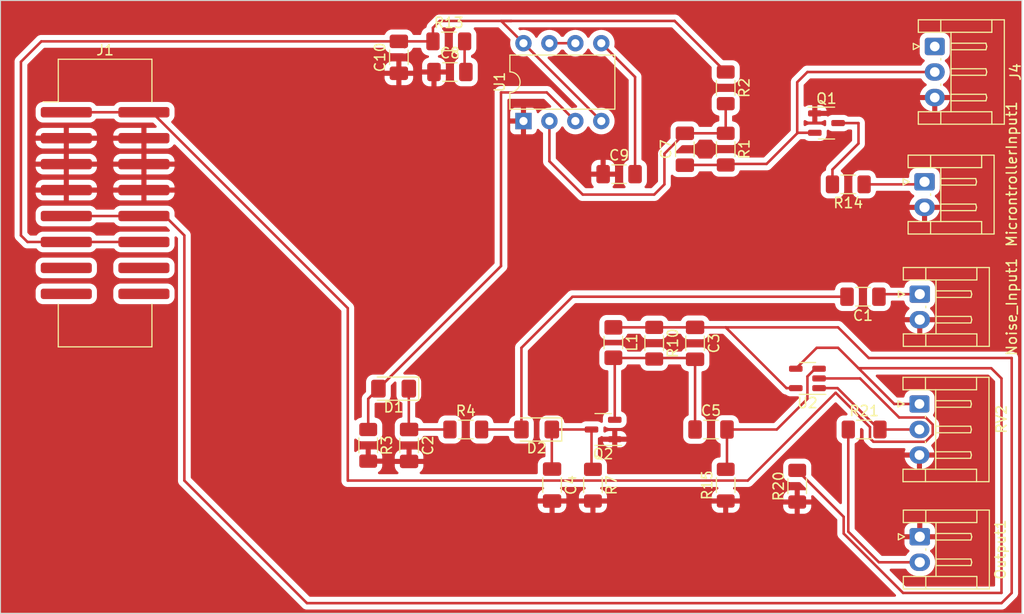
<source format=kicad_pcb>
(kicad_pcb (version 20221018) (generator pcbnew)
  (layers (0 "F.Cu" signal) (31 "B.Cu" signal) (34 "B.Paste" user) (35 "F.Paste" user) (36 "B.SilkS" user "B.Silkscreen") (37 "F.SilkS" user "F.Silkscreen") (38 "B.Mask" user) (39 "F.Mask" user) (44 "Edge.Cuts" user))
  (net 0 "")
  (net 1 "Net-(Noise_Input1-Pin_1)")
  (net 2 "Net-(D2-A)")
  (net 3 "Net-(D1-K)")
  (net 4 "GND")
  (net 5 "+12V")
  (net 6 "Net-(Q2-C)")
  (net 7 "Net-(D2-K)")
  (net 8 "Net-(U2-+)")
  (net 9 "Net-(J4-Pin_2)")
  (net 10 "Net-(U1-TR)")
  (net 11 "Net-(C8-Pad2)")
  (net 12 "Net-(U1-CV)")
  (net 13 "+5V")
  (net 14 "Net-(D1-A)")
  (net 15 "-12V")
  (net 21 "Net-(MicrontrollerInput1-Pin_1)")
  (net 22 "Net-(Output1-Pin_2)")
  (net 23 "Net-(Q1-B)")
  (net 24 "Net-(U2--)")
  (net 25 "Net-(R21-Pad2)")
  (net 26 "Net-(U1-DIS)")
  (footprint "Capacitor_SMD:C_1206_3216Metric_Pad1.33x1.80mm_HandSolder" (layer "F.Cu") (at 184.4375 79 180)
    (fp_text reference "C1" (at 0 -1.85) (layer "F.SilkS"))
    (fp_text value "1.8n")
    (fp_line (start -0.711252 -0.91) (end 0.711252 -0.91) (stroke (width 0.12)) (layer "F.SilkS"))
    (fp_line (start -0.711252 0.91) (end 0.711252 0.91) (stroke (width 0.12)) (layer "F.SilkS"))
    (pad "1" smd roundrect (at -1.5625 0 180) (size 1.325 1.8) (layers "F.Cu" "F.Paste" "F.Mask") (roundrect_rratio 0.188679) (net 1 "Net-(Noise_Input1-Pin_1)"))
    (pad "2" smd roundrect (at 1.5625 0 180) (size 1.325 1.8) (layers "F.Cu" "F.Paste" "F.Mask") (roundrect_rratio 0.188679) (net 2 "Net-(D2-A)"))
  )
  (footprint "Connector_JST:JST_EH_S2B-EH_1x02_P2.50mm_Horizontal" (layer "F.Cu") (at 190 102.5 -90)
    (fp_text reference "Output1" (at 1.25 -7.9 90) (layer "F.SilkS"))
    (fp_text value "Conn_01x02_Pin")
    (fp_line (start -2.61 -6.81) (end 5.11 -6.81) (stroke (width 0.12)) (layer "F.SilkS"))
    (fp_line (start -2.61 -5.59) (end -1.39 -5.59) (stroke (width 0.12)) (layer "F.SilkS"))
    (fp_line (start -2.61 1.61) (end -2.61 -6.81) (stroke (width 0.12)) (layer "F.SilkS"))
    (fp_line (start -1.39 -5.59) (end -1.39 -0.59) (stroke (width 0.12)) (layer "F.SilkS"))
    (fp_line (start -1.39 -1.59) (end 3.89 -1.59) (stroke (width 0.12)) (layer "F.SilkS"))
    (fp_line (start -1.39 -0.59) (end -2.61 -0.59) (stroke (width 0.12)) (layer "F.SilkS"))
    (fp_line (start -1.39 -0.59) (end -1.39 1.61) (stroke (width 0.12)) (layer "F.SilkS"))
    (fp_line (start -1.39 1.61) (end -2.61 1.61) (stroke (width 0.12)) (layer "F.SilkS"))
    (fp_line (start -0.32 -5.01) (end 0 -5.09) (stroke (width 0.12)) (layer "F.SilkS"))
    (fp_line (start -0.32 -1.59) (end -0.32 -5.01) (stroke (width 0.12)) (layer "F.SilkS"))
    (fp_line (start -0.3 2.1) (end 0.3 2.1) (stroke (width 0.12)) (layer "F.SilkS"))
    (fp_line (start 0 -5.09) (end 0.32 -5.01) (stroke (width 0.12)) (layer "F.SilkS"))
    (fp_line (start 0 -1.59) (end -0.32 -1.59) (stroke (width 0.12)) (layer "F.SilkS"))
    (fp_line (start 0 1.5) (end -0.3 2.1) (stroke (width 0.12)) (layer "F.SilkS"))
    (fp_line (start 0.3 2.1) (end 0 1.5) (stroke (width 0.12)) (layer "F.SilkS"))
    (fp_line (start 0.32 -5.01) (end 0.32 -1.59) (stroke (width 0.12)) (layer "F.SilkS"))
    (fp_line (start 0.32 -1.59) (end 0 -1.59) (stroke (width 0.12)) (layer "F.SilkS"))
    (fp_line (start 1.17 -0.59) (end 1.33 -0.59) (stroke (width 0.12)) (layer "F.SilkS"))
    (fp_line (start 2.18 -5.01) (end 2.5 -5.09) (stroke (width 0.12)) (layer "F.SilkS"))
    (fp_line (start 2.18 -1.59) (end 2.18 -5.01) (stroke (width 0.12)) (layer "F.SilkS"))
    (fp_line (start 2.5 -5.09) (end 2.82 -5.01) (stroke (width 0.12)) (layer "F.SilkS"))
    (fp_line (start 2.5 -1.59) (end 2.18 -1.59) (stroke (width 0.12)) (layer "F.SilkS"))
    (fp_line (start 2.82 -5.01) (end 2.82 -1.59) (stroke (width 0.12)) (layer "F.SilkS"))
    (fp_line (start 2.82 -1.59) (end 2.5 -1.59) (stroke (width 0.12)) (layer "F.SilkS"))
    (fp_line (start 3.89 -5.59) (end 3.89 -0.59) (stroke (width 0.12)) (layer "F.SilkS"))
    (fp_line (start 3.89 -0.59) (end 5.11 -0.59) (stroke (width 0.12)) (layer "F.SilkS"))
    (fp_line (start 3.89 1.61) (end 3.89 -0.59) (stroke (width 0.12)) (layer "F.SilkS"))
    (fp_line (start 5.11 -6.81) (end 5.11 1.61) (stroke (width 0.12)) (layer "F.SilkS"))
    (fp_line (start 5.11 -5.59) (end 3.89 -5.59) (stroke (width 0.12)) (layer "F.SilkS"))
    (fp_line (start 5.11 1.61) (end 3.89 1.61) (stroke (width 0.12)) (layer "F.SilkS"))
    (pad "1" thru_hole roundrect (at 0 0 270) (size 1.7 2) (drill 1) (layers "*.Cu" "*.Mask") (roundrect_rratio 0.147059) (net 4 "GND"))
    (pad "2" thru_hole oval (at 2.5 0 270) (size 1.7 2) (drill 1) (layers "*.Cu" "*.Mask") (net 22 "Net-(Output1-Pin_2)"))
  )
  (footprint "Resistor_SMD:R_1206_3216Metric_Pad1.30x1.75mm_HandSolder" (layer "F.Cu") (at 145.55 92)
    (fp_text reference "R4" (at 0 -1.82) (layer "F.SilkS"))
    (fp_text value "1000k")
    (fp_line (start -0.727064 -0.91) (end 0.727064 -0.91) (stroke (width 0.12)) (layer "F.SilkS"))
    (fp_line (start -0.727064 0.91) (end 0.727064 0.91) (stroke (width 0.12)) (layer "F.SilkS"))
    (pad "1" smd roundrect (at -1.55 0) (size 1.3 1.75) (layers "F.Cu" "F.Paste" "F.Mask") (roundrect_rratio 0.192308) (net 3 "Net-(D1-K)"))
    (pad "2" smd roundrect (at 1.55 0) (size 1.3 1.75) (layers "F.Cu" "F.Paste" "F.Mask") (roundrect_rratio 0.192308) (net 2 "Net-(D2-A)"))
  )
  (footprint "Capacitor_SMD:C_1206_3216Metric_Pad1.33x1.80mm_HandSolder" (layer "F.Cu") (at 168 83.5625 -90)
    (fp_text reference "C3" (at 0 -1.85 90) (layer "F.SilkS"))
    (fp_text value "1n")
    (fp_line (start -0.711252 -0.91) (end 0.711252 -0.91) (stroke (width 0.12)) (layer "F.SilkS"))
    (fp_line (start -0.711252 0.91) (end 0.711252 0.91) (stroke (width 0.12)) (layer "F.SilkS"))
    (pad "1" smd roundrect (at -1.5625 0 270) (size 1.325 1.8) (layers "F.Cu" "F.Paste" "F.Mask") (roundrect_rratio 0.188679) (net 5 "+12V"))
    (pad "2" smd roundrect (at 1.5625 0 270) (size 1.325 1.8) (layers "F.Cu" "F.Paste" "F.Mask") (roundrect_rratio 0.188679) (net 6 "Net-(Q2-C)"))
  )
  (footprint "Resistor_SMD:R_1206_3216Metric_Pad1.30x1.75mm_HandSolder" (layer "F.Cu") (at 164 83.55 -90)
    (fp_text reference "R10" (at 0 -1.82 90) (layer "F.SilkS"))
    (fp_text value "15k")
    (fp_line (start -0.727064 -0.91) (end 0.727064 -0.91) (stroke (width 0.12)) (layer "F.SilkS"))
    (fp_line (start -0.727064 0.91) (end 0.727064 0.91) (stroke (width 0.12)) (layer "F.SilkS"))
    (pad "1" smd roundrect (at -1.55 0 270) (size 1.3 1.75) (layers "F.Cu" "F.Paste" "F.Mask") (roundrect_rratio 0.192308) (net 5 "+12V"))
    (pad "2" smd roundrect (at 1.55 0 270) (size 1.3 1.75) (layers "F.Cu" "F.Paste" "F.Mask") (roundrect_rratio 0.192308) (net 6 "Net-(Q2-C)"))
  )
  (footprint "Connector_IDC:IDC-Header_2x08_P2.54mm_Vertical_SMD" (layer "F.Cu") (at 110.24 69.83)
    (fp_text reference "J1" (at 0 -14.97) (layer "F.SilkS"))
    (fp_text value "Conn_02x08_Odd_Even")
    (fp_line (start -4.585 -14.08) (end 4.585 -14.08) (stroke (width 0.12)) (layer "F.SilkS"))
    (fp_line (start -4.585 -9.9) (end -6.085 -9.9) (stroke (width 0.12)) (layer "F.SilkS"))
    (fp_line (start -4.585 -9.9) (end -4.585 -14.08) (stroke (width 0.12)) (layer "F.SilkS"))
    (fp_line (start -4.585 9.9) (end -4.585 14.08) (stroke (width 0.12)) (layer "F.SilkS"))
    (fp_line (start -4.585 14.08) (end 4.585 14.08) (stroke (width 0.12)) (layer "F.SilkS"))
    (fp_line (start 4.585 -14.08) (end 4.585 -9.9) (stroke (width 0.12)) (layer "F.SilkS"))
    (fp_line (start 4.585 14.08) (end 4.585 9.9) (stroke (width 0.12)) (layer "F.SilkS"))
    (pad "1" smd roundrect (at -3.8 -8.89) (size 5 1.02) (layers "F.Cu" "F.Paste" "F.Mask") (net 15 "-12V"))
    (pad "2" smd roundrect (at 3.8 -8.89) (size 5 1.02) (layers "F.Cu" "F.Paste" "F.Mask") (net 15 "-12V"))
    (pad "3" smd roundrect (at -3.8 -6.35) (size 5 1.02) (layers "F.Cu" "F.Paste" "F.Mask") (net 4 "GND"))
    (pad "4" smd roundrect (at 3.8 -6.35) (size 5 1.02) (layers "F.Cu" "F.Paste" "F.Mask") (net 4 "GND"))
    (pad "5" smd roundrect (at -3.8 -3.81) (size 5 1.02) (layers "F.Cu" "F.Paste" "F.Mask") (net 4 "GND"))
    (pad "6" smd roundrect (at 3.8 -3.81) (size 5 1.02) (layers "F.Cu" "F.Paste" "F.Mask") (net 4 "GND"))
    (pad "7" smd roundrect (at -3.8 -1.27) (size 5 1.02) (layers "F.Cu" "F.Paste" "F.Mask") (net 4 "GND"))
    (pad "8" smd roundrect (at 3.8 -1.27) (size 5 1.02) (layers "F.Cu" "F.Paste" "F.Mask") (net 4 "GND"))
    (pad "9" smd roundrect (at -3.8 1.27) (size 5 1.02) (layers "F.Cu" "F.Paste" "F.Mask") (net 5 "+12V"))
    (pad "10" smd roundrect (at 3.8 1.27) (size 5 1.02) (layers "F.Cu" "F.Paste" "F.Mask") (net 5 "+12V"))
    (pad "11" smd roundrect (at -3.8 3.81) (size 5 1.02) (layers "F.Cu" "F.Paste" "F.Mask") (net 13 "+5V"))
    (pad "12" smd roundrect (at 3.8 3.81) (size 5 1.02) (layers "F.Cu" "F.Paste" "F.Mask") (net 13 "+5V"))
    (pad "13" smd roundrect (at -3.8 6.35) (size 5 1.02) (layers "F.Cu" "F.Paste" "F.Mask"))
    (pad "14" smd roundrect (at 3.8 6.35) (size 5 1.02) (layers "F.Cu" "F.Paste" "F.Mask"))
    (pad "15" smd roundrect (at -3.8 8.89) (size 5 1.02) (layers "F.Cu" "F.Paste" "F.Mask"))
    (pad "16" smd roundrect (at 3.8 8.89) (size 5 1.02) (layers "F.Cu" "F.Paste" "F.Mask"))
  )
  (footprint "Package_TO_SOT_SMD:SOT-23-3" (layer "F.Cu") (at 180.8625 62)
    (fp_text reference "Q1" (at 0 -2.4) (layer "F.SilkS"))
    (fp_text value "Q_NPN_ECB")
    (fp_line (start 0 -1.56) (end -1.8 -1.56) (stroke (width 0.12)) (layer "F.SilkS"))
    (fp_line (start 0 -1.56) (end 0.8 -1.56) (stroke (width 0.12)) (layer "F.SilkS"))
    (fp_line (start 0 1.56) (end -0.8 1.56) (stroke (width 0.12)) (layer "F.SilkS"))
    (fp_line (start 0 1.56) (end 0.8 1.56) (stroke (width 0.12)) (layer "F.SilkS"))
    (pad "1" smd roundrect (at -1.1375 -0.95) (size 1.325 0.6) (layers "F.Cu" "F.Paste" "F.Mask") (net 4 "GND"))
    (pad "2" smd roundrect (at -1.1375 0.95) (size 1.325 0.6) (layers "F.Cu" "F.Paste" "F.Mask") (net 9 "Net-(J4-Pin_2)"))
    (pad "3" smd roundrect (at 1.1375 0) (size 1.325 0.6) (layers "F.Cu" "F.Paste" "F.Mask") (net 23 "Net-(Q1-B)"))
  )
  (footprint "Resistor_SMD:R_1206_3216Metric_Pad1.30x1.75mm_HandSolder" (layer "F.Cu") (at 184.55 92)
    (fp_text reference "R21" (at 0 -1.82) (layer "F.SilkS"))
    (fp_text value "1k")
    (fp_line (start -0.727064 -0.91) (end 0.727064 -0.91) (stroke (width 0.12)) (layer "F.SilkS"))
    (fp_line (start -0.727064 0.91) (end 0.727064 0.91) (stroke (width 0.12)) (layer "F.SilkS"))
    (pad "1" smd roundrect (at -1.55 0) (size 1.3 1.75) (layers "F.Cu" "F.Paste" "F.Mask") (roundrect_rratio 0.192308) (net 22 "Net-(Output1-Pin_2)"))
    (pad "2" smd roundrect (at 1.55 0) (size 1.3 1.75) (layers "F.Cu" "F.Paste" "F.Mask") (roundrect_rratio 0.192308) (net 25 "Net-(R21-Pad2)"))
  )
  (footprint "Capacitor_SMD:C_1206_3216Metric_Pad1.33x1.80mm_HandSolder" (layer "F.Cu") (at 169.5625 92)
    (fp_text reference "C5" (at 0 -1.85) (layer "F.SilkS"))
    (fp_text value "1u")
    (fp_line (start -0.711252 -0.91) (end 0.711252 -0.91) (stroke (width 0.12)) (layer "F.SilkS"))
    (fp_line (start -0.711252 0.91) (end 0.711252 0.91) (stroke (width 0.12)) (layer "F.SilkS"))
    (pad "1" smd roundrect (at -1.5625 0) (size 1.325 1.8) (layers "F.Cu" "F.Paste" "F.Mask") (roundrect_rratio 0.188679) (net 6 "Net-(Q2-C)"))
    (pad "2" smd roundrect (at 1.5625 0) (size 1.325 1.8) (layers "F.Cu" "F.Paste" "F.Mask") (roundrect_rratio 0.188679) (net 8 "Net-(U2-+)"))
  )
  (footprint "Capacitor_SMD:C_1206_3216Metric_Pad1.33x1.80mm_HandSolder" (layer "F.Cu") (at 160.5625 67)
    (fp_text reference "C9" (at 0 -1.85) (layer "F.SilkS"))
    (fp_text value "600n")
    (fp_line (start -0.711252 -0.91) (end 0.711252 -0.91) (stroke (width 0.12)) (layer "F.SilkS"))
    (fp_line (start -0.711252 0.91) (end 0.711252 0.91) (stroke (width 0.12)) (layer "F.SilkS"))
    (pad "1" smd roundrect (at -1.5625 0) (size 1.325 1.8) (layers "F.Cu" "F.Paste" "F.Mask") (roundrect_rratio 0.188679) (net 4 "GND"))
    (pad "2" smd roundrect (at 1.5625 0) (size 1.325 1.8) (layers "F.Cu" "F.Paste" "F.Mask") (roundrect_rratio 0.188679) (net 12 "Net-(U1-CV)"))
  )
  (footprint "Capacitor_SMD:C_1206_3216Metric_Pad1.33x1.80mm_HandSolder" (layer "F.Cu") (at 154 97.4375 -90)
    (fp_text reference "C4" (at 0 -1.85 90) (layer "F.SilkS"))
    (fp_text value "1n")
    (fp_line (start -0.711252 -0.91) (end 0.711252 -0.91) (stroke (width 0.12)) (layer "F.SilkS"))
    (fp_line (start -0.711252 0.91) (end 0.711252 0.91) (stroke (width 0.12)) (layer "F.SilkS"))
    (pad "1" smd roundrect (at -1.5625 0 270) (size 1.325 1.8) (layers "F.Cu" "F.Paste" "F.Mask") (roundrect_rratio 0.188679) (net 7 "Net-(D2-K)"))
    (pad "2" smd roundrect (at 1.5625 0 270) (size 1.325 1.8) (layers "F.Cu" "F.Paste" "F.Mask") (roundrect_rratio 0.188679) (net 4 "GND"))
  )
  (footprint "Diode_SMD:D_1206_3216Metric_Pad1.42x1.75mm_HandSolder" (layer "F.Cu") (at 152.4875 92 180)
    (fp_text reference "D2" (at 0 -1.82) (layer "F.SilkS"))
    (fp_text value "D")
    (fp_line (start -2.46 -1.135) (end -2.46 1.135) (stroke (width 0.12)) (layer "F.SilkS"))
    (fp_line (start -2.46 1.135) (end 1.6 1.135) (stroke (width 0.12)) (layer "F.SilkS"))
    (fp_line (start 1.6 -1.135) (end -2.46 -1.135) (stroke (width 0.12)) (layer "F.SilkS"))
    (pad "1" smd roundrect (at -1.4875 0 180) (size 1.425 1.75) (layers "F.Cu" "F.Paste" "F.Mask") (roundrect_rratio 0.175439) (net 7 "Net-(D2-K)"))
    (pad "2" smd roundrect (at 1.4875 0 180) (size 1.425 1.75) (layers "F.Cu" "F.Paste" "F.Mask") (roundrect_rratio 0.175439) (net 2 "Net-(D2-A)"))
  )
  (footprint "Connector_JST:JST_EH_S3B-EH_1x03_P2.50mm_Horizontal" (layer "F.Cu") (at 191.4675 54.5 -90)
    (fp_text reference "J4" (at 2.5 -7.9 90) (layer "F.SilkS"))
    (fp_text value "Conn_01x03_Pin")
    (fp_line (start -2.61 -6.81) (end 7.61 -6.81) (stroke (width 0.12)) (layer "F.SilkS"))
    (fp_line (start -2.61 -5.59) (end -1.39 -5.59) (stroke (width 0.12)) (layer "F.SilkS"))
    (fp_line (start -2.61 1.61) (end -2.61 -6.81) (stroke (width 0.12)) (layer "F.SilkS"))
    (fp_line (start -1.39 -5.59) (end -1.39 -0.59) (stroke (width 0.12)) (layer "F.SilkS"))
    (fp_line (start -1.39 -1.59) (end 6.39 -1.59) (stroke (width 0.12)) (layer "F.SilkS"))
    (fp_line (start -1.39 -0.59) (end -2.61 -0.59) (stroke (width 0.12)) (layer "F.SilkS"))
    (fp_line (start -1.39 -0.59) (end -1.39 1.61) (stroke (width 0.12)) (layer "F.SilkS"))
    (fp_line (start -1.39 1.61) (end -2.61 1.61) (stroke (width 0.12)) (layer "F.SilkS"))
    (fp_line (start -0.32 -5.01) (end 0 -5.09) (stroke (width 0.12)) (layer "F.SilkS"))
    (fp_line (start -0.32 -1.59) (end -0.32 -5.01) (stroke (width 0.12)) (layer "F.SilkS"))
    (fp_line (start -0.3 2.1) (end 0.3 2.1) (stroke (width 0.12)) (layer "F.SilkS"))
    (fp_line (start 0 -5.09) (end 0.32 -5.01) (stroke (width 0.12)) (layer "F.SilkS"))
    (fp_line (start 0 -1.59) (end -0.32 -1.59) (stroke (width 0.12)) (layer "F.SilkS"))
    (fp_line (start 0 1.5) (end -0.3 2.1) (stroke (width 0.12)) (layer "F.SilkS"))
    (fp_line (start 0.3 2.1) (end 0 1.5) (stroke (width 0.12)) (layer "F.SilkS"))
    (fp_line (start 0.32 -5.01) (end 0.32 -1.59) (stroke (width 0.12)) (layer "F.SilkS"))
    (fp_line (start 0.32 -1.59) (end 0 -1.59) (stroke (width 0.12)) (layer "F.SilkS"))
    (fp_line (start 1.17 -0.59) (end 1.33 -0.59) (stroke (width 0.12)) (layer "F.SilkS"))
    (fp_line (start 2.18 -5.01) (end 2.5 -5.09) (stroke (width 0.12)) (layer "F.SilkS"))
    (fp_line (start 2.18 -1.59) (end 2.18 -5.01) (stroke (width 0.12)) (layer "F.SilkS"))
    (fp_line (start 2.5 -5.09) (end 2.82 -5.01) (stroke (width 0.12)) (layer "F.SilkS"))
    (fp_line (start 2.5 -1.59) (end 2.18 -1.59) (stroke (width 0.12)) (layer "F.SilkS"))
    (fp_line (start 2.82 -5.01) (end 2.82 -1.59) (stroke (width 0.12)) (layer "F.SilkS"))
    (fp_line (start 2.82 -1.59) (end 2.5 -1.59) (stroke (width 0.12)) (layer "F.SilkS"))
    (fp_line (start 3.67 -0.59) (end 3.83 -0.59) (stroke (width 0.12)) (layer "F.SilkS"))
    (fp_line (start 4.68 -5.01) (end 5 -5.09) (stroke (width 0.12)) (layer "F.SilkS"))
    (fp_line (start 4.68 -1.59) (end 4.68 -5.01) (stroke (width 0.12)) (layer "F.SilkS"))
    (fp_line (start 5 -5.09) (end 5.32 -5.01) (stroke (width 0.12)) (layer "F.SilkS"))
    (fp_line (start 5 -1.59) (end 4.68 -1.59) (stroke (width 0.12)) (layer "F.SilkS"))
    (fp_line (start 5.32 -5.01) (end 5.32 -1.59) (stroke (width 0.12)) (layer "F.SilkS"))
    (fp_line (start 5.32 -1.59) (end 5 -1.59) (stroke (width 0.12)) (layer "F.SilkS"))
    (fp_line (start 6.39 -5.59) (end 6.39 -0.59) (stroke (width 0.12)) (layer "F.SilkS"))
    (fp_line (start 6.39 -0.59) (end 7.61 -0.59) (stroke (width 0.12)) (layer "F.SilkS"))
    (fp_line (start 6.39 1.61) (end 6.39 -0.59) (stroke (width 0.12)) (layer "F.SilkS"))
    (fp_line (start 7.61 -6.81) (end 7.61 1.61) (stroke (width 0.12)) (layer "F.SilkS"))
    (fp_line (start 7.61 -5.59) (end 6.39 -5.59) (stroke (width 0.12)) (layer "F.SilkS"))
    (fp_line (start 7.61 1.61) (end 6.39 1.61) (stroke (width 0.12)) (layer "F.SilkS"))
    (pad "1" thru_hole roundrect (at 0 0 270) (size 1.7 1.95) (drill 0.95) (layers "*.Cu" "*.Mask") (roundrect_rratio 0.147059))
    (pad "2" thru_hole oval (at 2.5 0 270) (size 1.7 1.95) (drill 0.95) (layers "*.Cu" "*.Mask") (net 9 "Net-(J4-Pin_2)"))
    (pad "3" thru_hole oval (at 5 0 270) (size 1.7 1.95) (drill 0.95) (layers "*.Cu" "*.Mask") (net 4 "GND"))
  )
  (footprint "Resistor_SMD:R_1206_3216Metric_Pad1.30x1.75mm_HandSolder" (layer "F.Cu") (at 178 97.55 90)
    (fp_text reference "R20" (at 0 -1.82 90) (layer "F.SilkS"))
    (fp_text value "1k")
    (fp_line (start -0.727064 -0.91) (end 0.727064 -0.91) (stroke (width 0.12)) (layer "F.SilkS"))
    (fp_line (start -0.727064 0.91) (end 0.727064 0.91) (stroke (width 0.12)) (layer "F.SilkS"))
    (pad "1" smd roundrect (at -1.55 0 90) (size 1.3 1.75) (layers "F.Cu" "F.Paste" "F.Mask") (roundrect_rratio 0.192308) (net 4 "GND"))
    (pad "2" smd roundrect (at 1.55 0 90) (size 1.3 1.75) (layers "F.Cu" "F.Paste" "F.Mask") (roundrect_rratio 0.192308) (net 24 "Net-(U2--)"))
  )
  (footprint "Package_DIP:DIP-8_W7.62mm" (layer "F.Cu") (at 151.2 61.8 90)
    (fp_text reference "U1" (at 3.81 -2.33 90) (layer "F.SilkS"))
    (fp_text value "NE555P")
    (fp_line (start 1.16 -1.33) (end 1.16 8.95) (stroke (width 0.12)) (layer "F.SilkS"))
    (fp_line (start 1.16 8.95) (end 6.46 8.95) (stroke (width 0.12)) (layer "F.SilkS"))
    (fp_line (start 2.81 -1.33) (end 1.16 -1.33) (stroke (width 0.12)) (layer "F.SilkS"))
    (fp_line (start 6.46 -1.33) (end 4.81 -1.33) (stroke (width 0.12)) (layer "F.SilkS"))
    (fp_line (start 6.46 8.95) (end 6.46 -1.33) (stroke (width 0.12)) (layer "F.SilkS"))
    (fp_arc (start 4.81 -1.33) (mid 3.81 -0.33) (end 2.81 -1.33) (stroke (width 0.12)) (layer "F.SilkS"))
    (pad "1" thru_hole rect (at 0 0 90) (size 1.6 1.6) (drill 0.8) (layers "*.Cu" "*.Mask") (net 4 "GND"))
    (pad "2" thru_hole oval (at 0 2.54 90) (size 1.6 1.6) (drill 0.8) (layers "*.Cu" "*.Mask") (net 10 "Net-(U1-TR)"))
    (pad "3" thru_hole oval (at 0 5.08 90) (size 1.6 1.6) (drill 0.8) (layers "*.Cu" "*.Mask") (net 14 "Net-(D1-A)"))
    (pad "4" thru_hole oval (at 0 7.62 90) (size 1.6 1.6) (drill 0.8) (layers "*.Cu" "*.Mask") (net 13 "+5V"))
    (pad "5" thru_hole oval (at 7.62 7.62 90) (size 1.6 1.6) (drill 0.8) (layers "*.Cu" "*.Mask") (net 12 "Net-(U1-CV)"))
    (pad "6" thru_hole oval (at 7.62 5.08 90) (size 1.6 1.6) (drill 0.8) (layers "*.Cu" "*.Mask") (net 26 "Net-(U1-DIS)"))
    (pad "7" thru_hole oval (at 7.62 2.54 90) (size 1.6 1.6) (drill 0.8) (layers "*.Cu" "*.Mask") (net 26 "Net-(U1-DIS)"))
    (pad "8" thru_hole oval (at 7.62 0 90) (size 1.6 1.6) (drill 0.8) (layers "*.Cu" "*.Mask") (net 13 "+5V"))
  )
  (footprint "Connector_JST:JST_EH_S3B-EH_1x03_P2.50mm_Horizontal" (layer "F.Cu") (at 189.9675 89.5 -90)
    (fp_text reference "RV2" (at 1.5 -8.0325 90) (layer "F.SilkS"))
    (fp_text value "50k")
    (fp_line (start -2.61 -6.81) (end 7.61 -6.81) (stroke (width 0.12)) (layer "F.SilkS"))
    (fp_line (start -2.61 -5.59) (end -1.39 -5.59) (stroke (width 0.12)) (layer "F.SilkS"))
    (fp_line (start -2.61 1.61) (end -2.61 -6.81) (stroke (width 0.12)) (layer "F.SilkS"))
    (fp_line (start -1.39 -5.59) (end -1.39 -0.59) (stroke (width 0.12)) (layer "F.SilkS"))
    (fp_line (start -1.39 -1.59) (end 6.39 -1.59) (stroke (width 0.12)) (layer "F.SilkS"))
    (fp_line (start -1.39 -0.59) (end -2.61 -0.59) (stroke (width 0.12)) (layer "F.SilkS"))
    (fp_line (start -1.39 -0.59) (end -1.39 1.61) (stroke (width 0.12)) (layer "F.SilkS"))
    (fp_line (start -1.39 1.61) (end -2.61 1.61) (stroke (width 0.12)) (layer "F.SilkS"))
    (fp_line (start -0.32 -5.01) (end 0 -5.09) (stroke (width 0.12)) (layer "F.SilkS"))
    (fp_line (start -0.32 -1.59) (end -0.32 -5.01) (stroke (width 0.12)) (layer "F.SilkS"))
    (fp_line (start -0.3 2.1) (end 0.3 2.1) (stroke (width 0.12)) (layer "F.SilkS"))
    (fp_line (start 0 -5.09) (end 0.32 -5.01) (stroke (width 0.12)) (layer "F.SilkS"))
    (fp_line (start 0 -1.59) (end -0.32 -1.59) (stroke (width 0.12)) (layer "F.SilkS"))
    (fp_line (start 0 1.5) (end -0.3 2.1) (stroke (width 0.12)) (layer "F.SilkS"))
    (fp_line (start 0.3 2.1) (end 0 1.5) (stroke (width 0.12)) (layer "F.SilkS"))
    (fp_line (start 0.32 -5.01) (end 0.32 -1.59) (stroke (width 0.12)) (layer "F.SilkS"))
    (fp_line (start 0.32 -1.59) (end 0 -1.59) (stroke (width 0.12)) (layer "F.SilkS"))
    (fp_line (start 1.17 -0.59) (end 1.33 -0.59) (stroke (width 0.12)) (layer "F.SilkS"))
    (fp_line (start 2.18 -5.01) (end 2.5 -5.09) (stroke (width 0.12)) (layer "F.SilkS"))
    (fp_line (start 2.18 -1.59) (end 2.18 -5.01) (stroke (width 0.12)) (layer "F.SilkS"))
    (fp_line (start 2.5 -5.09) (end 2.82 -5.01) (stroke (width 0.12)) (layer "F.SilkS"))
    (fp_line (start 2.5 -1.59) (end 2.18 -1.59) (stroke (width 0.12)) (layer "F.SilkS"))
    (fp_line (start 2.82 -5.01) (end 2.82 -1.59) (stroke (width 0.12)) (layer "F.SilkS"))
    (fp_line (start 2.82 -1.59) (end 2.5 -1.59) (stroke (width 0.12)) (layer "F.SilkS"))
    (fp_line (start 3.67 -0.59) (end 3.83 -0.59) (stroke (width 0.12)) (layer "F.SilkS"))
    (fp_line (start 4.68 -5.01) (end 5 -5.09) (stroke (width 0.12)) (layer "F.SilkS"))
    (fp_line (start 4.68 -1.59) (end 4.68 -5.01) (stroke (width 0.12)) (layer "F.SilkS"))
    (fp_line (start 5 -5.09) (end 5.32 -5.01) (stroke (width 0.12)) (layer "F.SilkS"))
    (fp_line (start 5 -1.59) (end 4.68 -1.59) (stroke (width 0.12)) (layer "F.SilkS"))
    (fp_line (start 5.32 -5.01) (end 5.32 -1.59) (stroke (width 0.12)) (layer "F.SilkS"))
    (fp_line (start 5.32 -1.59) (end 5 -1.59) (stroke (width 0.12)) (layer "F.SilkS"))
    (fp_line (start 6.39 -5.59) (end 6.39 -0.59) (stroke (width 0.12)) (layer "F.SilkS"))
    (fp_line (start 6.39 -0.59) (end 7.61 -0.59) (stroke (width 0.12)) (layer "F.SilkS"))
    (fp_line (start 6.39 1.61) (end 6.39 -0.59) (stroke (width 0.12)) (layer "F.SilkS"))
    (fp_line (start 7.61 -6.81) (end 7.61 1.61) (stroke (width 0.12)) (layer "F.SilkS"))
    (fp_line (start 7.61 -5.59) (end 6.39 -5.59) (stroke (width 0.12)) (layer "F.SilkS"))
    (fp_line (start 7.61 1.61) (end 6.39 1.61) (stroke (width 0.12)) (layer "F.SilkS"))
    (pad "1" thru_hole roundrect (at 0 0 270) (size 1.7 1.95) (drill 0.95) (layers "*.Cu" "*.Mask") (roundrect_rratio 0.147059) (net 24 "Net-(U2--)"))
    (pad "2" thru_hole oval (at 2.5 0 270) (size 1.7 1.95) (drill 0.95) (layers "*.Cu" "*.Mask") (net 25 "Net-(R21-Pad2)"))
    (pad "3" thru_hole oval (at 5 0 270) (size 1.7 1.95) (drill 0.95) (layers "*.Cu" "*.Mask") (net 4 "GND"))
  )
  (footprint "Resistor_SMD:R_1206_3216Metric_Pad1.30x1.75mm_HandSolder" (layer "F.Cu") (at 183 68 180)
    (fp_text reference "R14" (at 0 -1.82) (layer "F.SilkS"))
    (fp_text value "100")
    (fp_line (start -0.727064 -0.91) (end 0.727064 -0.91) (stroke (width 0.12)) (layer "F.SilkS"))
    (fp_line (start -0.727064 0.91) (end 0.727064 0.91) (stroke (width 0.12)) (layer "F.SilkS"))
    (pad "1" smd roundrect (at -1.55 0 180) (size 1.3 1.75) (layers "F.Cu" "F.Paste" "F.Mask") (roundrect_rratio 0.192308) (net 21 "Net-(MicrontrollerInput1-Pin_1)"))
    (pad "2" smd roundrect (at 1.55 0 180) (size 1.3 1.75) (layers "F.Cu" "F.Paste" "F.Mask") (roundrect_rratio 0.192308) (net 23 "Net-(Q1-B)"))
  )
  (footprint "Resistor_SMD:R_1206_3216Metric_Pad1.30x1.75mm_HandSolder" (layer "F.Cu") (at 171 58.55 -90)
    (fp_text reference "R2" (at 0 -1.82 90) (layer "F.SilkS"))
    (fp_text value "220")
    (fp_line (start -0.727064 -0.91) (end 0.727064 -0.91) (stroke (width 0.12)) (layer "F.SilkS"))
    (fp_line (start -0.727064 0.91) (end 0.727064 0.91) (stroke (width 0.12)) (layer "F.SilkS"))
    (pad "1" smd roundrect (at -1.55 0 270) (size 1.3 1.75) (layers "F.Cu" "F.Paste" "F.Mask") (roundrect_rratio 0.192308) (net 13 "+5V"))
    (pad "2" smd roundrect (at 1.55 0 270) (size 1.3 1.75) (layers "F.Cu" "F.Paste" "F.Mask") (roundrect_rratio 0.192308) (net 10 "Net-(U1-TR)"))
  )
  (footprint "Inductor_SMD:L_1206_3216Metric_Pad1.42x1.75mm_HandSolder" (layer "F.Cu") (at 160 83.4875 -90)
    (fp_text reference "L1" (at 0 -1.82 90) (layer "F.SilkS"))
    (fp_text value "1")
    (fp_line (start -0.602064 -0.91) (end 0.602064 -0.91) (stroke (width 0.12)) (layer "F.SilkS"))
    (fp_line (start -0.602064 0.91) (end 0.602064 0.91) (stroke (width 0.12)) (layer "F.SilkS"))
    (pad "1" smd roundrect (at -1.4875 0 270) (size 1.425 1.75) (layers "F.Cu" "F.Paste" "F.Mask") (roundrect_rratio 0.175439) (net 5 "+12V"))
    (pad "2" smd roundrect (at 1.4875 0 270) (size 1.425 1.75) (layers "F.Cu" "F.Paste" "F.Mask") (roundrect_rratio 0.175439) (net 6 "Net-(Q2-C)"))
  )
  (footprint "Capacitor_SMD:C_1206_3216Metric_Pad1.33x1.80mm_HandSolder" (layer "F.Cu") (at 139 55.5625 90)
    (fp_text reference "C10" (at 0 -1.85 90) (layer "F.SilkS"))
    (fp_text value "100n")
    (fp_line (start -0.711252 -0.91) (end 0.711252 -0.91) (stroke (width 0.12)) (layer "F.SilkS"))
    (fp_line (start -0.711252 0.91) (end 0.711252 0.91) (stroke (width 0.12)) (layer "F.SilkS"))
    (pad "1" smd roundrect (at -1.5625 0 90) (size 1.325 1.8) (layers "F.Cu" "F.Paste" "F.Mask") (roundrect_rratio 0.188679) (net 4 "GND"))
    (pad "2" smd roundrect (at 1.5625 0 90) (size 1.325 1.8) (layers "F.Cu" "F.Paste" "F.Mask") (roundrect_rratio 0.188679) (net 13 "+5V"))
  )
  (footprint "Capacitor_SMD:C_1206_3216Metric_Pad1.33x1.80mm_HandSolder" (layer "F.Cu") (at 140 93.5625 -90)
    (fp_text reference "C2" (at 0 -1.85 90) (layer "F.SilkS"))
    (fp_text value "56n")
    (fp_line (start -0.711252 -0.91) (end 0.711252 -0.91) (stroke (width 0.12)) (layer "F.SilkS"))
    (fp_line (start -0.711252 0.91) (end 0.711252 0.91) (stroke (width 0.12)) (layer "F.SilkS"))
    (pad "1" smd roundrect (at -1.5625 0 270) (size 1.325 1.8) (layers "F.Cu" "F.Paste" "F.Mask") (roundrect_rratio 0.188679) (net 3 "Net-(D1-K)"))
    (pad "2" smd roundrect (at 1.5625 0 270) (size 1.325 1.8) (layers "F.Cu" "F.Paste" "F.Mask") (roundrect_rratio 0.188679) (net 4 "GND"))
  )
  (footprint "Package_TO_SOT_SMD:TSOT-23-5" (layer "F.Cu") (at 179 87 180)
    (fp_text reference "U2" (at 0 -2.4) (layer "F.SilkS"))
    (fp_text value "AD8603")
    (fp_line (start 0 -1.56) (end -1.8 -1.56) (stroke (width 0.12)) (layer "F.SilkS"))
    (fp_line (start 0 -1.56) (end 0.8 -1.56) (stroke (width 0.12)) (layer "F.SilkS"))
    (fp_line (start 0 1.56) (end -0.8 1.56) (stroke (width 0.12)) (layer "F.SilkS"))
    (fp_line (start 0 1.56) (end 0.8 1.56) (stroke (width 0.12)) (layer "F.SilkS"))
    (pad "1" smd roundrect (at -1.1375 -0.95 180) (size 1.325 0.6) (layers "F.Cu" "F.Paste" "F.Mask") (net 25 "Net-(R21-Pad2)"))
    (pad "2" smd roundrect (at -1.1375 0 180) (size 1.325 0.6) (layers "F.Cu" "F.Paste" "F.Mask") (net 15 "-12V"))
    (pad "3" smd roundrect (at -1.1375 0.95 180) (size 1.325 0.6) (layers "F.Cu" "F.Paste" "F.Mask") (net 8 "Net-(U2-+)"))
    (pad "4" smd roundrect (at 1.1375 0.95 180) (size 1.325 0.6) (layers "F.Cu" "F.Paste" "F.Mask") (net 24 "Net-(U2--)"))
    (pad "5" smd roundrect (at 1.1375 -0.95 180) (size 1.325 0.6) (layers "F.Cu" "F.Paste" "F.Mask") (net 5 "+12V"))
  )
  (footprint "Package_TO_SOT_SMD:SOT-23-3" (layer "F.Cu") (at 159 92 180)
    (fp_text reference "Q2" (at 0 -2.4) (layer "F.SilkS"))
    (fp_text value "Q_NPN_ECB")
    (fp_line (start 0 -1.56) (end -1.8 -1.56) (stroke (width 0.12)) (layer "F.SilkS"))
    (fp_line (start 0 -1.56) (end 0.8 -1.56) (stroke (width 0.12)) (layer "F.SilkS"))
    (fp_line (start 0 1.56) (end -0.8 1.56) (stroke (width 0.12)) (layer "F.SilkS"))
    (fp_line (start 0 1.56) (end 0.8 1.56) (stroke (width 0.12)) (layer "F.SilkS"))
    (pad "1" smd roundrect (at -1.1375 -0.95 180) (size 1.325 0.6) (layers "F.Cu" "F.Paste" "F.Mask") (net 4 "GND"))
    (pad "2" smd roundrect (at -1.1375 0.95 180) (size 1.325 0.6) (layers "F.Cu" "F.Paste" "F.Mask") (net 6 "Net-(Q2-C)"))
    (pad "3" smd roundrect (at 1.1375 0 180) (size 1.325 0.6) (layers "F.Cu" "F.Paste" "F.Mask") (net 7 "Net-(D2-K)"))
  )
  (footprint "Resistor_SMD:R_1206_3216Metric_Pad1.30x1.75mm_HandSolder" (layer "F.Cu") (at 143.8875 54)
    (fp_text reference "R13" (at 0 -1.82) (layer "F.SilkS"))
    (fp_text value "1k")
    (fp_line (start -0.727064 -0.91) (end 0.727064 -0.91) (stroke (width 0.12)) (layer "F.SilkS"))
    (fp_line (start -0.727064 0.91) (end 0.727064 0.91) (stroke (width 0.12)) (layer "F.SilkS"))
    (pad "1" smd roundrect (at -1.55 0) (size 1.3 1.75) (layers "F.Cu" "F.Paste" "F.Mask") (roundrect_rratio 0.192308) (net 13 "+5V"))
    (pad "2" smd roundrect (at 1.55 0) (size 1.3 1.75) (layers "F.Cu" "F.Paste" "F.Mask") (roundrect_rratio 0.192308) (net 11 "Net-(C8-Pad2)"))
  )
  (footprint "Connector_JST:JST_EH_S2B-EH_1x02_P2.50mm_Horizontal" (layer "F.Cu") (at 190.4675 67.75 -90)
    (fp_text reference "MicrontrollerInput1" (at -0.75 -8.5325 90) (layer "F.SilkS"))
    (fp_text value "Conn_01x02_Pin")
    (fp_line (start -2.61 -6.81) (end 5.11 -6.81) (stroke (width 0.12)) (layer "F.SilkS"))
    (fp_line (start -2.61 -5.59) (end -1.39 -5.59) (stroke (width 0.12)) (layer "F.SilkS"))
    (fp_line (start -2.61 1.61) (end -2.61 -6.81) (stroke (width 0.12)) (layer "F.SilkS"))
    (fp_line (start -1.39 -5.59) (end -1.39 -0.59) (stroke (width 0.12)) (layer "F.SilkS"))
    (fp_line (start -1.39 -1.59) (end 3.89 -1.59) (stroke (width 0.12)) (layer "F.SilkS"))
    (fp_line (start -1.39 -0.59) (end -2.61 -0.59) (stroke (width 0.12)) (layer "F.SilkS"))
    (fp_line (start -1.39 -0.59) (end -1.39 1.61) (stroke (width 0.12)) (layer "F.SilkS"))
    (fp_line (start -1.39 1.61) (end -2.61 1.61) (stroke (width 0.12)) (layer "F.SilkS"))
    (fp_line (start -0.32 -5.01) (end 0 -5.09) (stroke (width 0.12)) (layer "F.SilkS"))
    (fp_line (start -0.32 -1.59) (end -0.32 -5.01) (stroke (width 0.12)) (layer "F.SilkS"))
    (fp_line (start -0.3 2.1) (end 0.3 2.1) (stroke (width 0.12)) (layer "F.SilkS"))
    (fp_line (start 0 -5.09) (end 0.32 -5.01) (stroke (width 0.12)) (layer "F.SilkS"))
    (fp_line (start 0 -1.59) (end -0.32 -1.59) (stroke (width 0.12)) (layer "F.SilkS"))
    (fp_line (start 0 1.5) (end -0.3 2.1) (stroke (width 0.12)) (layer "F.SilkS"))
    (fp_line (start 0.3 2.1) (end 0 1.5) (stroke (width 0.12)) (layer "F.SilkS"))
    (fp_line (start 0.32 -5.01) (end 0.32 -1.59) (stroke (width 0.12)) (layer "F.SilkS"))
    (fp_line (start 0.32 -1.59) (end 0 -1.59) (stroke (width 0.12)) (layer "F.SilkS"))
    (fp_line (start 1.17 -0.59) (end 1.33 -0.59) (stroke (width 0.12)) (layer "F.SilkS"))
    (fp_line (start 2.18 -5.01) (end 2.5 -5.09) (stroke (width 0.12)) (layer "F.SilkS"))
    (fp_line (start 2.18 -1.59) (end 2.18 -5.01) (stroke (width 0.12)) (layer "F.SilkS"))
    (fp_line (start 2.5 -5.09) (end 2.82 -5.01) (stroke (width 0.12)) (layer "F.SilkS"))
    (fp_line (start 2.5 -1.59) (end 2.18 -1.59) (stroke (width 0.12)) (layer "F.SilkS"))
    (fp_line (start 2.82 -5.01) (end 2.82 -1.59) (stroke (width 0.12)) (layer "F.SilkS"))
    (fp_line (start 2.82 -1.59) (end 2.5 -1.59) (stroke (width 0.12)) (layer "F.SilkS"))
    (fp_line (start 3.89 -5.59) (end 3.89 -0.59) (stroke (width 0.12)) (layer "F.SilkS"))
    (fp_line (start 3.89 -0.59) (end 5.11 -0.59) (stroke (width 0.12)) (layer "F.SilkS"))
    (fp_line (start 3.89 1.61) (end 3.89 -0.59) (stroke (width 0.12)) (layer "F.SilkS"))
    (fp_line (start 5.11 -6.81) (end 5.11 1.61) (stroke (width 0.12)) (layer "F.SilkS"))
    (fp_line (start 5.11 -5.59) (end 3.89 -5.59) (stroke (width 0.12)) (layer "F.SilkS"))
    (fp_line (start 5.11 1.61) (end 3.89 1.61) (stroke (width 0.12)) (layer "F.SilkS"))
    (pad "1" thru_hole roundrect (at 0 0 270) (size 1.7 2) (drill 1) (layers "*.Cu" "*.Mask") (roundrect_rratio 0.147059) (net 21 "Net-(MicrontrollerInput1-Pin_1)"))
    (pad "2" thru_hole oval (at 2.5 0 270) (size 1.7 2) (drill 1) (layers "*.Cu" "*.Mask") (net 4 "GND"))
  )
  (footprint "Capacitor_SMD:C_1206_3216Metric_Pad1.33x1.80mm_HandSolder" (layer "F.Cu") (at 167 64.5625 90)
    (fp_text reference "C7" (at 0 -1.85 90) (layer "F.SilkS"))
    (fp_text value "1u")
    (fp_line (start -0.711252 -0.91) (end 0.711252 -0.91) (stroke (width 0.12)) (layer "F.SilkS"))
    (fp_line (start -0.711252 0.91) (end 0.711252 0.91) (stroke (width 0.12)) (layer "F.SilkS"))
    (pad "1" smd roundrect (at -1.5625 0 90) (size 1.325 1.8) (layers "F.Cu" "F.Paste" "F.Mask") (roundrect_rratio 0.188679) (net 9 "Net-(J4-Pin_2)"))
    (pad "2" smd roundrect (at 1.5625 0 90) (size 1.325 1.8) (layers "F.Cu" "F.Paste" "F.Mask") (roundrect_rratio 0.188679) (net 10 "Net-(U1-TR)"))
  )
  (footprint "Resistor_SMD:R_1206_3216Metric_Pad1.30x1.75mm_HandSolder" (layer "F.Cu") (at 158 97.45 -90)
    (fp_text reference "R7" (at 0 -1.82 90) (layer "F.SilkS"))
    (fp_text value "470k")
    (fp_line (start -0.727064 -0.91) (end 0.727064 -0.91) (stroke (width 0.12)) (layer "F.SilkS"))
    (fp_line (start -0.727064 0.91) (end 0.727064 0.91) (stroke (width 0.12)) (layer "F.SilkS"))
    (pad "1" smd roundrect (at -1.55 0 270) (size 1.3 1.75) (layers "F.Cu" "F.Paste" "F.Mask") (roundrect_rratio 0.192308) (net 7 "Net-(D2-K)"))
    (pad "2" smd roundrect (at 1.55 0 270) (size 1.3 1.75) (layers "F.Cu" "F.Paste" "F.Mask") (roundrect_rratio 0.192308) (net 4 "GND"))
  )
  (footprint "Resistor_SMD:R_1206_3216Metric_Pad1.30x1.75mm_HandSolder" (layer "F.Cu") (at 171 97.45 90)
    (fp_text reference "R15" (at 0 -1.82 90) (layer "F.SilkS"))
    (fp_text value "3k")
    (fp_line (start -0.727064 -0.91) (end 0.727064 -0.91) (stroke (width 0.12)) (layer "F.SilkS"))
    (fp_line (start -0.727064 0.91) (end 0.727064 0.91) (stroke (width 0.12)) (layer "F.SilkS"))
    (pad "1" smd roundrect (at -1.55 0 90) (size 1.3 1.75) (layers "F.Cu" "F.Paste" "F.Mask") (roundrect_rratio 0.192308) (net 4 "GND"))
    (pad "2" smd roundrect (at 1.55 0 90) (size 1.3 1.75) (layers "F.Cu" "F.Paste" "F.Mask") (roundrect_rratio 0.192308) (net 8 "Net-(U2-+)"))
  )
  (footprint "Diode_SMD:D_1206_3216Metric_Pad1.42x1.75mm_HandSolder" (layer "F.Cu") (at 138.4875 88 180)
    (fp_text reference "D1" (at 0 -1.82) (layer "F.SilkS"))
    (fp_text value "D")
    (fp_line (start -2.46 -1.135) (end -2.46 1.135) (stroke (width 0.12)) (layer "F.SilkS"))
    (fp_line (start -2.46 1.135) (end 1.6 1.135) (stroke (width 0.12)) (layer "F.SilkS"))
    (fp_line (start 1.6 -1.135) (end -2.46 -1.135) (stroke (width 0.12)) (layer "F.SilkS"))
    (pad "1" smd roundrect (at -1.4875 0 180) (size 1.425 1.75) (layers "F.Cu" "F.Paste" "F.Mask") (roundrect_rratio 0.175439) (net 3 "Net-(D1-K)"))
    (pad "2" smd roundrect (at 1.4875 0 180) (size 1.425 1.75) (layers "F.Cu" "F.Paste" "F.Mask") (roundrect_rratio 0.175439) (net 14 "Net-(D1-A)"))
  )
  (footprint "Capacitor_SMD:C_1206_3216Metric_Pad1.33x1.80mm_HandSolder" (layer "F.Cu") (at 144 57)
    (fp_text reference "C8" (at 0 -1.85) (layer "F.SilkS"))
    (fp_text value "1u")
    (fp_line (start -0.711252 -0.91) (end 0.711252 -0.91) (stroke (width 0.12)) (layer "F.SilkS"))
    (fp_line (start -0.711252 0.91) (end 0.711252 0.91) (stroke (width 0.12)) (layer "F.SilkS"))
    (pad "1" smd roundrect (at -1.5625 0) (size 1.325 1.8) (layers "F.Cu" "F.Paste" "F.Mask") (roundrect_rratio 0.188679) (net 4 "GND"))
    (pad "2" smd roundrect (at 1.5625 0) (size 1.325 1.8) (layers "F.Cu" "F.Paste" "F.Mask") (roundrect_rratio 0.188679) (net 11 "Net-(C8-Pad2)"))
  )
  (footprint "Connector_JST:JST_EH_S2B-EH_1x02_P2.50mm_Horizontal" (layer "F.Cu") (at 190 78.75 -90)
    (fp_text reference "Noise_Input1" (at 1.25 -9 90) (layer "F.SilkS"))
    (fp_text value "Conn_01x02_Pin")
    (fp_line (start -2.61 -6.81) (end 5.11 -6.81) (stroke (width 0.12)) (layer "F.SilkS"))
    (fp_line (start -2.61 -5.59) (end -1.39 -5.59) (stroke (width 0.12)) (layer "F.SilkS"))
    (fp_line (start -2.61 1.61) (end -2.61 -6.81) (stroke (width 0.12)) (layer "F.SilkS"))
    (fp_line (start -1.39 -5.59) (end -1.39 -0.59) (stroke (width 0.12)) (layer "F.SilkS"))
    (fp_line (start -1.39 -1.59) (end 3.89 -1.59) (stroke (width 0.12)) (layer "F.SilkS"))
    (fp_line (start -1.39 -0.59) (end -2.61 -0.59) (stroke (width 0.12)) (layer "F.SilkS"))
    (fp_line (start -1.39 -0.59) (end -1.39 1.61) (stroke (width 0.12)) (layer "F.SilkS"))
    (fp_line (start -1.39 1.61) (end -2.61 1.61) (stroke (width 0.12)) (layer "F.SilkS"))
    (fp_line (start -0.32 -5.01) (end 0 -5.09) (stroke (width 0.12)) (layer "F.SilkS"))
    (fp_line (start -0.32 -1.59) (end -0.32 -5.01) (stroke (width 0.12)) (layer "F.SilkS"))
    (fp_line (start -0.3 2.1) (end 0.3 2.1) (stroke (width 0.12)) (layer "F.SilkS"))
    (fp_line (start 0 -5.09) (end 0.32 -5.01) (stroke (width 0.12)) (layer "F.SilkS"))
    (fp_line (start 0 -1.59) (end -0.32 -1.59) (stroke (width 0.12)) (layer "F.SilkS"))
    (fp_line (start 0 1.5) (end -0.3 2.1) (stroke (width 0.12)) (layer "F.SilkS"))
    (fp_line (start 0.3 2.1) (end 0 1.5) (stroke (width 0.12)) (layer "F.SilkS"))
    (fp_line (start 0.32 -5.01) (end 0.32 -1.59) (stroke (width 0.12)) (layer "F.SilkS"))
    (fp_line (start 0.32 -1.59) (end 0 -1.59) (stroke (width 0.12)) (layer "F.SilkS"))
    (fp_line (start 1.17 -0.59) (end 1.33 -0.59) (stroke (width 0.12)) (layer "F.SilkS"))
    (fp_line (start 2.18 -5.01) (end 2.5 -5.09) (stroke (width 0.12)) (layer "F.SilkS"))
    (fp_line (start 2.18 -1.59) (end 2.18 -5.01) (stroke (width 0.12)) (layer "F.SilkS"))
    (fp_line (start 2.5 -5.09) (end 2.82 -5.01) (stroke (width 0.12)) (layer "F.SilkS"))
    (fp_line (start 2.5 -1.59) (end 2.18 -1.59) (stroke (width 0.12)) (layer "F.SilkS"))
    (fp_line (start 2.82 -5.01) (end 2.82 -1.59) (stroke (width 0.12)) (layer "F.SilkS"))
    (fp_line (start 2.82 -1.59) (end 2.5 -1.59) (stroke (width 0.12)) (layer "F.SilkS"))
    (fp_line (start 3.89 -5.59) (end 3.89 -0.59) (stroke (width 0.12)) (layer "F.SilkS"))
    (fp_line (start 3.89 -0.59) (end 5.11 -0.59) (stroke (width 0.12)) (layer "F.SilkS"))
    (fp_line (start 3.89 1.61) (end 3.89 -0.59) (stroke (width 0.12)) (layer "F.SilkS"))
    (fp_line (start 5.11 -6.81) (end 5.11 1.61) (stroke (width 0.12)) (layer "F.SilkS"))
    (fp_line (start 5.11 -5.59) (end 3.89 -5.59) (stroke (width 0.12)) (layer "F.SilkS"))
    (fp_line (start 5.11 1.61) (end 3.89 1.61) (stroke (width 0.12)) (layer "F.SilkS"))
    (pad "1" thru_hole roundrect (at 0 0 270) (size 1.7 2) (drill 1) (layers "*.Cu" "*.Mask") (roundrect_rratio 0.147059) (net 1 "Net-(Noise_Input1-Pin_1)"))
    (pad "2" thru_hole oval (at 2.5 0 270) (size 1.7 2) (drill 1) (layers "*.Cu" "*.Mask") (net 4 "GND"))
  )
  (footprint "Resistor_SMD:R_1206_3216Metric_Pad1.30x1.75mm_HandSolder" (layer "F.Cu") (at 171 64.55 -90)
    (fp_text reference "R1" (at 0 -1.82 90) (layer "F.SilkS"))
    (fp_text value "10k")
    (fp_line (start -0.727064 -0.91) (end 0.727064 -0.91) (stroke (width 0.12)) (layer "F.SilkS"))
    (fp_line (start -0.727064 0.91) (end 0.727064 0.91) (stroke (width 0.12)) (layer "F.SilkS"))
    (pad "1" smd roundrect (at -1.55 0 270) (size 1.3 1.75) (layers "F.Cu" "F.Paste" "F.Mask") (roundrect_rratio 0.192308) (net 10 "Net-(U1-TR)"))
    (pad "2" smd roundrect (at 1.55 0 270) (size 1.3 1.75) (layers "F.Cu" "F.Paste" "F.Mask") (roundrect_rratio 0.192308) (net 9 "Net-(J4-Pin_2)"))
  )
  (footprint "Resistor_SMD:R_1206_3216Metric_Pad1.30x1.75mm_HandSolder" (layer "F.Cu") (at 136 93.55 -90)
    (fp_text reference "R3" (at 0 -1.82 90) (layer "F.SilkS"))
    (fp_text value "10k")
    (fp_line (start -0.727064 -0.91) (end 0.727064 -0.91) (stroke (width 0.12)) (layer "F.SilkS"))
    (fp_line (start -0.727064 0.91) (end 0.727064 0.91) (stroke (width 0.12)) (layer "F.SilkS"))
    (pad "1" smd roundrect (at -1.55 0 270) (size 1.3 1.75) (layers "F.Cu" "F.Paste" "F.Mask") (roundrect_rratio 0.192308) (net 14 "Net-(D1-A)"))
    (pad "2" smd roundrect (at 1.55 0 270) (size 1.3 1.75) (layers "F.Cu" "F.Paste" "F.Mask") (roundrect_rratio 0.192308) (net 4 "GND"))
  )
  (gr_rect (start 100 50) (end 200 110) (stroke (width 0.1)) (fill none) (layer "Edge.Cuts"))
  (segment (start 190 78.75) (end 186.25 78.75) (width 0.25) (layer "F.Cu") (net 1))
  (segment (start 186.25 78.75) (end 186 79) (width 0.25) (layer "F.Cu") (net 1))
  (segment (start 147.1 92) (end 151 92) (width 0.25) (layer "F.Cu") (net 2))
  (segment (start 156 79) (end 151 84) (width 0.25) (layer "F.Cu") (net 2))
  (segment (start 151 84) (end 151 92) (width 0.25) (layer "F.Cu") (net 2))
  (segment (start 182.875 79) (end 156 79) (width 0.25) (layer "F.Cu") (net 2))
  (segment (start 139.975 91.975) (end 140 92) (width 0.25) (layer "F.Cu") (net 3))
  (segment (start 140 92) (end 144 92) (width 0.25) (layer "F.Cu") (net 3))
  (segment (start 139.975 88) (end 139.975 91.975) (width 0.25) (layer "F.Cu") (net 3))
  (segment (start 139.975 95.1) (end 140 95.125) (width 0.25) (layer "F.Cu") (net 4))
  (segment (start 114.04 68.56) (end 114.04 63.48) (width 0.25) (layer "F.Cu") (net 4))
  (segment (start 114.04 66.02) (end 106.44 66.02) (width 0.25) (layer "F.Cu") (net 4))
  (segment (start 106.44 63.48) (end 106.44 68.56) (width 0.25) (layer "F.Cu") (net 4))
  (segment (start 114.04 71.1) (end 106.44 71.1) (width 0.25) (layer "F.Cu") (net 5))
  (segment (start 168 82) (end 160 82) (width 0.25) (layer "F.Cu") (net 5))
  (segment (start 171 82) (end 182 82) (width 0.25) (layer "F.Cu") (net 5))
  (segment (start 116.1 71.1) (end 114.04 71.1) (width 0.25) (layer "F.Cu") (net 5))
  (segment (start 199 85) (end 199 108) (width 0.25) (layer "F.Cu") (net 5))
  (segment (start 198 109) (end 130 109) (width 0.25) (layer "F.Cu") (net 5))
  (segment (start 182 82) (end 185 85) (width 0.25) (layer "F.Cu") (net 5))
  (segment (start 130 109) (end 118 97) (width 0.25) (layer "F.Cu") (net 5))
  (segment (start 118 97) (end 118 73) (width 0.25) (layer "F.Cu") (net 5))
  (segment (start 176.95 87.95) (end 171 82) (width 0.25) (layer "F.Cu") (net 5))
  (segment (start 199 108) (end 198 109) (width 0.25) (layer "F.Cu") (net 5))
  (segment (start 177.8625 87.95) (end 176.95 87.95) (width 0.25) (layer "F.Cu") (net 5))
  (segment (start 171 82) (end 168 82) (width 0.25) (layer "F.Cu") (net 5))
  (segment (start 185 85) (end 199 85) (width 0.25) (layer "F.Cu") (net 5))
  (segment (start 118 73) (end 116.1 71.1) (width 0.25) (layer "F.Cu") (net 5))
  (segment (start 168 85.125) (end 168 92) (width 0.25) (layer "F.Cu") (net 6))
  (segment (start 160.1375 85.1125) (end 160 84.975) (width 0.25) (layer "F.Cu") (net 6))
  (segment (start 168 85.125) (end 168 85) (width 0.25) (layer "F.Cu") (net 6))
  (segment (start 160.025 85) (end 160 84.975) (width 0.25) (layer "F.Cu") (net 6))
  (segment (start 160.1375 91.05) (end 160.1375 85.1125) (width 0.25) (layer "F.Cu") (net 6))
  (segment (start 168 85) (end 160.025 85) (width 0.25) (layer "F.Cu") (net 6))
  (segment (start 153.975 92) (end 157.8625 92) (width 0.25) (layer "F.Cu") (net 7))
  (segment (start 153.975 95.85) (end 154 95.875) (width 0.25) (layer "F.Cu") (net 7))
  (segment (start 153.975 92) (end 153.975 95.85) (width 0.25) (layer "F.Cu") (net 7))
  (segment (start 157.8625 95.7625) (end 158 95.9) (width 0.25) (layer "F.Cu") (net 7))
  (segment (start 157.8625 92) (end 157.8625 95.7625) (width 0.25) (layer "F.Cu") (net 7))
  (segment (start 176 92) (end 179 89) (width 0.25) (layer "F.Cu") (net 8))
  (segment (start 179 86.803249) (end 179.753249 86.05) (width 0.25) (layer "F.Cu") (net 8))
  (segment (start 171.125 92) (end 171.125 95.775) (width 0.25) (layer "F.Cu") (net 8))
  (segment (start 171.125 92) (end 176 92) (width 0.25) (layer "F.Cu") (net 8))
  (segment (start 171.125 95.775) (end 171 95.9) (width 0.25) (layer "F.Cu") (net 8))
  (segment (start 179.753249 86.05) (end 180.1375 86.05) (width 0.25) (layer "F.Cu") (net 8))
  (segment (start 179 89) (end 179 86.803249) (width 0.25) (layer "F.Cu") (net 8))
  (segment (start 178.05 62.95) (end 178 63) (width 0.25) (layer "F.Cu") (net 9))
  (segment (start 171 66.1) (end 167.025 66.1) (width 0.25) (layer "F.Cu") (net 9))
  (segment (start 171.1 66) (end 171 66.1) (width 0.25) (layer "F.Cu") (net 9))
  (segment (start 178 58) (end 178 63) (width 0.25) (layer "F.Cu") (net 9))
  (segment (start 175 66) (end 171.1 66) (width 0.25) (layer "F.Cu") (net 9))
  (segment (start 178 63) (end 175 66) (width 0.25) (layer "F.Cu") (net 9))
  (segment (start 179.725 62.95) (end 178.05 62.95) (width 0.25) (layer "F.Cu") (net 9))
  (segment (start 167.025 66.1) (end 167 66.125) (width 0.25) (layer "F.Cu") (net 9))
  (segment (start 191.4675 57) (end 179 57) (width 0.25) (layer "F.Cu") (net 9))
  (segment (start 179 57) (end 178 58) (width 0.25) (layer "F.Cu") (net 9))
  (segment (start 165 65) (end 165 68) (width 0.25) (layer "F.Cu") (net 10))
  (segment (start 153.74 65.74) (end 153.74 61.8) (width 0.25) (layer "F.Cu") (net 10))
  (segment (start 157 69) (end 153.74 65.74) (width 0.25) (layer "F.Cu") (net 10))
  (segment (start 171 63) (end 167 63) (width 0.25) (layer "F.Cu") (net 10))
  (segment (start 171 63) (end 171 60.1) (width 0.25) (layer "F.Cu") (net 10))
  (segment (start 165 68) (end 164 69) (width 0.25) (layer "F.Cu") (net 10))
  (segment (start 164 69) (end 157 69) (width 0.25) (layer "F.Cu") (net 10))
  (segment (start 167 63) (end 165 65) (width 0.25) (layer "F.Cu") (net 10))
  (segment (start 145.4375 56.875) (end 145.5625 57) (width 0.25) (layer "F.Cu") (net 11))
  (segment (start 145.4375 54) (end 145.4375 56.875) (width 0.25) (layer "F.Cu") (net 11))
  (segment (start 162.125 67) (end 162.125 57.485) (width 0.25) (layer "F.Cu") (net 12))
  (segment (start 162.125 67) (end 162 67) (width 0.25) (layer "F.Cu") (net 12))
  (segment (start 162.125 57.485) (end 158.82 54.18) (width 0.25) (layer "F.Cu") (net 12))
  (segment (start 158.82 61.8) (end 151.2 54.18) (width 0.25) (layer "F.Cu") (net 13))
  (segment (start 102.64 73.64) (end 102 73) (width 0.25) (layer "F.Cu") (net 13))
  (segment (start 171 57) (end 166 52) (width 0.25) (layer "F.Cu") (net 13))
  (segment (start 166 52) (end 150 52) (width 0.25) (layer "F.Cu") (net 13))
  (segment (start 106.44 73.64) (end 102.64 73.64) (width 0.25) (layer "F.Cu") (net 13))
  (segment (start 104 54) (end 139.55 54) (width 0.25) (layer "F.Cu") (net 13))
  (segment (start 139.5625 54.5625) (end 139 54) (width 0.25) (layer "F.Cu") (net 13))
  (segment (start 139 54) (end 142.3375 54) (width 0.25) (layer "F.Cu") (net 13))
  (segment (start 150 52) (end 143 52) (width 0.25) (layer "F.Cu") (net 13))
  (segment (start 150 52) (end 149.02 52) (width 0.25) (layer "F.Cu") (net 13))
  (segment (start 114.04 73.64) (end 106.44 73.64) (width 0.25) (layer "F.Cu") (net 13))
  (segment (start 102 56) (end 104 54) (width 0.25) (layer "F.Cu") (net 13))
  (segment (start 102 73) (end 102 56) (width 0.25) (layer "F.Cu") (net 13))
  (segment (start 142.3375 52.6625) (end 143 52) (width 0.25) (layer "F.Cu") (net 13))
  (segment (start 142.3375 54) (end 142.3375 52.6625) (width 0.25) (layer "F.Cu") (net 13))
  (segment (start 149.02 52) (end 151.2 54.18) (width 0.25) (layer "F.Cu") (net 13))
  (segment (start 153.48 59) (end 149 59) (width 0.25) (layer "F.Cu") (net 14))
  (segment (start 149 59) (end 149 76) (width 0.25) (layer "F.Cu") (net 14))
  (segment (start 149 76) (end 137 88) (width 0.25) (layer "F.Cu") (net 14))
  (segment (start 136 89) (end 136 92) (width 0.25) (layer "F.Cu") (net 14))
  (segment (start 137 88) (end 136 89) (width 0.25) (layer "F.Cu") (net 14))
  (segment (start 156.28 61.8) (end 153.48 59) (width 0.25) (layer "F.Cu") (net 14))
  (segment (start 185.461827 93.2) (end 190.554201 93.2) (width 0.25) (layer "F.Cu") (net 15))
  (segment (start 134 80.119756) (end 134 97) (width 0.25) (layer "F.Cu") (net 15))
  (segment (start 185.125 91.761396) (end 185.125 92.863173) (width 0.25) (layer "F.Cu") (net 15))
  (segment (start 173.163604 97) (end 181.763604 88.4) (width 0.25) (layer "F.Cu") (net 15))
  (segment (start 106.44 60.94) (end 114.04 60.94) (width 0.25) (layer "F.Cu") (net 15))
  (segment (start 184.154201 87) (end 180.1375 87) (width 0.25) (layer "F.Cu") (net 15))
  (segment (start 185.125 92.863173) (end 185.461827 93.2) (width 0.25) (layer "F.Cu") (net 15))
  (segment (start 134 97) (end 173.163604 97) (width 0.25) (layer "F.Cu") (net 15))
  (segment (start 114.820244 60.94) (end 134 80.119756) (width 0.25) (layer "F.Cu") (net 15))
  (segment (start 191.2675 91.513299) (end 190.579201 90.825) (width 0.25) (layer "F.Cu") (net 15))
  (segment (start 190.579201 90.825) (end 187.979201 90.825) (width 0.25) (layer "F.Cu") (net 15))
  (segment (start 187.979201 90.825) (end 184.154201 87) (width 0.25) (layer "F.Cu") (net 15))
  (segment (start 190.554201 93.2) (end 191.2675 92.486701) (width 0.25) (layer "F.Cu") (net 15))
  (segment (start 181.763604 88.4) (end 185.125 91.761396) (width 0.25) (layer "F.Cu") (net 15))
  (segment (start 114.04 60.94) (end 114.820244 60.94) (width 0.25) (layer "F.Cu") (net 15))
  (segment (start 191.2675 92.486701) (end 191.2675 91.513299) (width 0.25) (layer "F.Cu") (net 15))
  (segment (start 190.25 67.75) (end 190 68) (width 0.25) (layer "F.Cu") (net 21))
  (segment (start 190 68) (end 184.55 68) (width 0.25) (layer "F.Cu") (net 21))
  (segment (start 190.4675 67.75) (end 190.25 67.75) (width 0.25) (layer "F.Cu") (net 21))
  (segment (start 183 102) (end 186 105) (width 0.25) (layer "F.Cu") (net 22))
  (segment (start 186 105) (end 190 105) (width 0.25) (layer "F.Cu") (net 22))
  (segment (start 183 92) (end 183 102) (width 0.25) (layer "F.Cu") (net 22))
  (segment (start 181.45 66.55) (end 184 64) (width 0.25) (layer "F.Cu") (net 23))
  (segment (start 184 62) (end 182 62) (width 0.25) (layer "F.Cu") (net 23))
  (segment (start 181.45 68) (end 181.45 66.55) (width 0.25) (layer "F.Cu") (net 23))
  (segment (start 184 64) (end 184 62) (width 0.25) (layer "F.Cu") (net 23))
  (segment (start 197 86) (end 184 86) (width 0.25) (layer "F.Cu") (net 24))
  (segment (start 184 86) (end 182 84) (width 0.25) (layer "F.Cu") (net 24))
  (segment (start 188.363604 108) (end 198 108) (width 0.25) (layer "F.Cu") (net 24))
  (segment (start 179.9125 84) (end 177.8625 86.05) (width 0.25) (layer "F.Cu") (net 24))
  (segment (start 182 84) (end 179.9125 84) (width 0.25) (layer "F.Cu") (net 24))
  (segment (start 187.5 89.5) (end 184 86) (width 0.25) (layer "F.Cu") (net 24))
  (segment (start 189.9675 89.5) (end 187.5 89.5) (width 0.25) (layer "F.Cu") (net 24))
  (segment (start 182.55 100.55) (end 182.55 102.186396) (width 0.25) (layer "F.Cu") (net 24))
  (segment (start 178.275 95.725) (end 178 96) (width 0.25) (layer "F.Cu") (net 24))
  (segment (start 182.55 102.186396) (end 188.363604 108) (width 0.25) (layer "F.Cu") (net 24))
  (segment (start 178 96) (end 182.55 100.55) (width 0.25) (layer "F.Cu") (net 24))
  (segment (start 198 108) (end 198 87) (width 0.25) (layer "F.Cu") (net 24))
  (segment (start 198 87) (end 197 86) (width 0.25) (layer "F.Cu") (net 24))
  (segment (start 181.95 87.95) (end 180.1375 87.95) (width 0.25) (layer "F.Cu") (net 25))
  (segment (start 186.1 92) (end 186 92) (width 0.25) (layer "F.Cu") (net 25))
  (segment (start 186 92) (end 181.95 87.95) (width 0.25) (layer "F.Cu") (net 25))
  (segment (start 189.9675 92) (end 186.1 92) (width 0.25) (layer "F.Cu") (net 25))
  (segment (start 153.74 54.18) (end 156.28 54.18) (width 0.25) (layer "F.Cu") (net 26))
  (zone (net 4) (net_name "GND") (layer "F.Cu") (priority 1) (connect_pads (clearance 0.5)) (min_thickness 0.25) (fill yes (thermal_gap 0.5) (thermal_bridge_width 0.5))
    (polygon (pts (xy 100 50) (xy 200 50) (xy 200 110) (xy 100 110)))
  )
)
</source>
